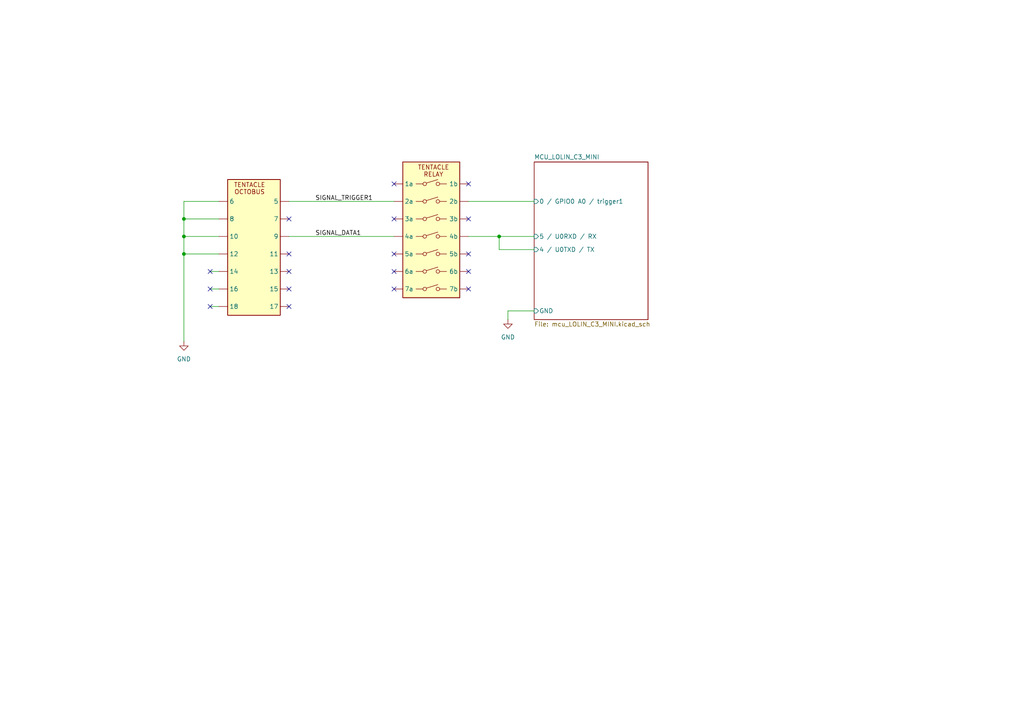
<source format=kicad_sch>
(kicad_sch (version 20231120) (generator "eeschema") (generator_version "8.0")
  (paper "A4")
  (title_block (title "tentacle_MCU_RPI_PICO") (date "2024-07-16") (company "Hans Märki, Märki Informatik") (comment 1 "The MIT License (MIT)"))
  (lib_symbols
    (symbol "00_project_library:tentacle_octobus" (pin_numbers hide)
      (property "Reference" "T" (at -27.432 29.718 0))
      (property "Value" "tentacle_octobus" (at 1.27 3.81 0))
      (symbol "tentacle_octobus_1_1"
        (rectangle (start 0 0) (end 15.24 -39.37) (stroke (width 0.254)) (fill (type background)))
        (text "TENTACLE\nOCTOBUS" (at 6.35 -2.54 0) (effects (font (size 1.27 1.27))))
        (pin passive line (at -2.54 -16.51 0) (length 2.54) (name "10") (number "10"))
        (pin passive line (at 17.78 -21.59 180) (length 2.54) (name "11") (number "11"))
        (pin passive line (at -2.54 -21.59 0) (length 2.54) (name "12") (number "12"))
        (pin passive line (at 17.78 -26.67 180) (length 2.54) (name "13") (number "13"))
        (pin passive line (at -2.54 -26.67 0) (length 2.54) (name "14") (number "14"))
        (pin passive line (at 17.78 -31.75 180) (length 2.54) (name "15") (number "15"))
        (pin passive line (at -2.54 -31.75 0) (length 2.54) (name "16") (number "16"))
        (pin passive line (at 17.78 -36.83 180) (length 2.54) (name "17") (number "17"))
        (pin passive line (at -2.54 -36.83 0) (length 2.54) (name "18") (number "18"))
        (pin passive line (at 17.78 -6.35 180) (length 2.54) (name "5") (number "5"))
        (pin passive line (at -2.54 -6.35 0) (length 2.54) (name "6") (number "6"))
        (pin passive line (at 17.78 -11.43 180) (length 2.54) (name "7") (number "7"))
        (pin passive line (at -2.54 -11.43 0) (length 2.54) (name "8") (number "8"))
        (pin passive line (at 17.78 -16.51 180) (length 2.54) (name "9") (number "9"))
      )
    )
    (symbol "power:GND" (power) (pin_numbers hide) (pin_names (offset 0) hide)
      (property "Value" "GND" (at 0 -3.81 0))
      (symbol "GND_0_1"
        (polyline (pts (xy 0 0) (xy 0 -1.27) (xy 1.27 -1.27) (xy 0 -2.54) (xy -1.27 -1.27) (xy 0 -1.27)))
      )
      (symbol "GND_1_1"
        (pin power_in line (at 0 0 270) (length 0) (name "~") (number "1"))
      )
    )
    (symbol "tentacle_relay_1" (pin_numbers hide)
      (property "Reference" "T" (at -27.432 29.718 0))
      (property "Value" "tentacle_relay" (at 3.81 2.54 0))
      (symbol "tentacle_relay_1_0_1"
        (polyline (pts (xy 5.842 -36.83) (xy 3.81 -36.83)))
        (polyline (pts (xy 5.842 -31.75) (xy 3.81 -31.75)))
        (polyline (pts (xy 5.842 -26.67) (xy 3.81 -26.67)))
        (polyline (pts (xy 5.842 -21.59) (xy 3.81 -21.59)))
        (polyline (pts (xy 5.842 -16.51) (xy 3.81 -16.51)))
        (polyline (pts (xy 5.842 -11.43) (xy 3.81 -11.43)))
        (polyline (pts (xy 5.842 -6.35) (xy 3.81 -6.35)))
        (polyline (pts (xy 6.858 -36.576) (xy 10.16 -35.56)))
        (polyline (pts (xy 6.858 -31.496) (xy 10.16 -30.48)))
        (polyline (pts (xy 6.858 -26.416) (xy 10.16 -25.4)))
        (polyline (pts (xy 6.858 -21.336) (xy 10.16 -20.32)))
        (polyline (pts (xy 6.858 -16.256) (xy 10.16 -15.24)))
        (polyline (pts (xy 6.858 -11.176) (xy 10.16 -10.16)))
        (polyline (pts (xy 6.858 -6.096) (xy 10.16 -5.08)))
        (polyline (pts (xy 12.7 -36.83) (xy 10.668 -36.83)))
        (polyline (pts (xy 12.7 -31.75) (xy 10.668 -31.75)))
        (polyline (pts (xy 12.7 -26.67) (xy 10.668 -26.67)))
        (polyline (pts (xy 12.7 -21.59) (xy 10.668 -21.59)))
        (polyline (pts (xy 12.7 -16.51) (xy 10.668 -16.51)))
        (polyline (pts (xy 12.7 -11.43) (xy 10.668 -11.43)))
        (polyline (pts (xy 12.7 -6.35) (xy 10.668 -6.35)))
        (circle (center 6.35 -36.83) (radius 0.508))
        (circle (center 6.35 -31.75) (radius 0.508))
        (circle (center 6.35 -26.67) (radius 0.508))
        (circle (center 6.35 -21.59) (radius 0.508))
        (circle (center 6.35 -16.51) (radius 0.508))
        (circle (center 6.35 -11.43) (radius 0.508))
        (circle (center 6.35 -6.35) (radius 0.508))
        (circle (center 10.16 -36.83) (radius 0.508))
        (circle (center 10.16 -31.75) (radius 0.508))
        (circle (center 10.16 -26.67) (radius 0.508))
        (circle (center 10.16 -21.59) (radius 0.508))
        (circle (center 10.16 -16.51) (radius 0.508))
        (circle (center 10.16 -11.43) (radius 0.508))
        (circle (center 10.16 -6.35) (radius 0.508))
      )
      (symbol "tentacle_relay_1_1_1"
        (rectangle (start 0 0) (end 16.51 -39.37) (stroke (width 0.254)) (fill (type background)))
        (text "TENTACLE\nRELAY" (at 8.89 -2.54 0) (effects (font (size 1.27 1.27))))
        (pin passive line (at -2.54 -6.35 0) (length 2.54) (name "1a") (number ""))
        (pin passive line (at 19.05 -6.35 180) (length 2.54) (name "1b") (number ""))
        (pin passive line (at -2.54 -11.43 0) (length 2.54) (name "2a") (number ""))
        (pin passive line (at 19.05 -11.43 180) (length 2.54) (name "2b") (number ""))
        (pin passive line (at -2.54 -16.51 0) (length 2.54) (name "3a") (number ""))
        (pin passive line (at 19.05 -16.51 180) (length 2.54) (name "3b") (number ""))
        (pin passive line (at -2.54 -21.59 0) (length 2.54) (name "4a") (number ""))
        (pin passive line (at 19.05 -21.59 180) (length 2.54) (name "4b") (number ""))
        (pin passive line (at -2.54 -26.67 0) (length 2.54) (name "5a") (number ""))
        (pin passive line (at 19.05 -26.67 180) (length 2.54) (name "5b") (number ""))
        (pin passive line (at -2.54 -31.75 0) (length 2.54) (name "6a") (number ""))
        (pin passive line (at 19.05 -31.75 180) (length 2.54) (name "6b") (number ""))
        (pin passive line (at -2.54 -36.83 0) (length 2.54) (name "7a") (number ""))
        (pin passive line (at 19.05 -36.83 180) (length 2.54) (name "7b") (number ""))
      )
    )
  )
  (junction (at 53.34 73.66))
  (junction (at 53.34 63.5))
  (junction (at 53.34 68.58))
  (junction (at 144.78 68.58))
  (no_connect (at 135.89 63.5))
  (no_connect (at 114.3 83.82))
  (no_connect (at 114.3 63.5))
  (no_connect (at 135.89 78.74))
  (no_connect (at 114.3 53.34))
  (no_connect (at 83.82 88.9))
  (no_connect (at 60.96 88.9))
  (no_connect (at 60.96 78.74))
  (no_connect (at 135.89 53.34))
  (no_connect (at 135.89 83.82))
  (no_connect (at 60.96 83.82))
  (no_connect (at 114.3 73.66))
  (no_connect (at 135.89 73.66))
  (no_connect (at 83.82 63.5))
  (no_connect (at 83.82 78.74))
  (no_connect (at 83.82 73.66))
  (no_connect (at 114.3 78.74))
  (no_connect (at 83.82 83.82))
  (wire (pts (xy 83.82 68.58) (xy 114.3 68.58)))
  (wire (pts (xy 53.34 68.58) (xy 63.5 68.58)))
  (wire (pts (xy 53.34 73.66) (xy 63.5 73.66)))
  (wire (pts (xy 53.34 68.58) (xy 53.34 63.5)))
  (wire (pts (xy 53.34 73.66) (xy 53.34 99.06)))
  (wire (pts (xy 147.32 90.17) (xy 147.32 92.71)))
  (wire (pts (xy 53.34 58.42) (xy 63.5 58.42)))
  (wire (pts (xy 144.78 68.58) (xy 154.94 68.58)))
  (wire (pts (xy 144.78 72.39) (xy 144.78 68.58)))
  (wire (pts (xy 135.89 68.58) (xy 144.78 68.58)))
  (wire (pts (xy 53.34 63.5) (xy 53.34 58.42)))
  (wire (pts (xy 60.96 83.82) (xy 63.5 83.82)))
  (wire (pts (xy 154.94 72.39) (xy 144.78 72.39)))
  (wire (pts (xy 53.34 73.66) (xy 53.34 68.58)))
  (wire (pts (xy 60.96 78.74) (xy 63.5 78.74)))
  (wire (pts (xy 53.34 63.5) (xy 63.5 63.5)))
  (wire (pts (xy 154.94 90.17) (xy 147.32 90.17)))
  (wire (pts (xy 135.89 58.42) (xy 154.94 58.42)))
  (wire (pts (xy 60.96 88.9) (xy 63.5 88.9)))
  (wire (pts (xy 83.82 58.42) (xy 114.3 58.42)))
  (text "${SHEETNAME}" (at 76.708 31.75 0) (effects (font (size 2.54 2.54) (thickness 0.508) (bold yes))))
  (label "SIGNAL_TRIGGER1" (at 91.44 58.42 0))
  (label "SIGNAL_DATA1" (at 91.44 68.58 0))
  (symbol (lib_id "00_project_library:tentacle_octobus") (at 66.04 52.07 0) (unit 1)
    (property "Reference" "T201" (effects (hide yes)))
    (property "Value" "tentacle_octobus" (effects (hide yes)))
  )
  (symbol (lib_id "power:GND") (at 53.34 99.06 0) (unit 1)
    (property "Reference" "#PWR0201" (effects (hide yes)))
    (property "Value" "GND" (at 53.34 104.14 0))
    (property "Description" "Power symbol creates a global label with name \"GND\" , ground" (effects (hide yes)))
  )
  (symbol (lib_name "tentacle_relay_1") (lib_id "00_project_library:tentacle_relay") (at 116.84 46.99 0) (unit 1)
    (property "Reference" "T202" (effects (hide yes)))
    (property "Value" "tentacle_relay" (effects (hide yes)))
  )
  (symbol (lib_id "power:GND") (at 147.32 92.71 0) (unit 1)
    (property "Reference" "#PWR0203" (effects (hide yes)))
    (property "Value" "GND" (at 147.32 97.79 0))
    (property "Description" "Power symbol creates a global label with name \"GND\" , ground" (effects (hide yes)))
  )
  (sheet (at 154.94 46.99) (size 33.02 45.72) (stroke (width 0.1524))
    (property "Sheetname" "MCU_LOLIN_C3_MINI" (at 154.94 46.2784 0) (effects (justify left bottom)))
    (property "Sheetfile" "mcu_LOLIN_C3_MINI.kicad_sch" (at 154.94 93.2946 0) (effects (justify left top)))
    (pin "4 {slash} U0TXD {slash} TX" input (at 154.94 72.39 180))
    (pin "GND" input (at 154.94 90.17 180))
    (pin "0 {slash} GPIO0 A0 {slash} trigger1" input (at 154.94 58.42 180))
    (pin "5 {slash} U0RXD {slash} RX" input (at 154.94 68.58 180))
  )
)
</source>
